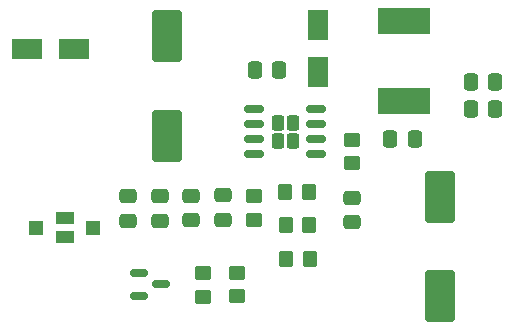
<source format=gbr>
%TF.GenerationSoftware,KiCad,Pcbnew,(6.0.2)*%
%TF.CreationDate,2022-10-19T14:59:14+05:30*%
%TF.ProjectId,psu,7073752e-6b69-4636-9164-5f7063625858,rev?*%
%TF.SameCoordinates,Original*%
%TF.FileFunction,Paste,Top*%
%TF.FilePolarity,Positive*%
%FSLAX46Y46*%
G04 Gerber Fmt 4.6, Leading zero omitted, Abs format (unit mm)*
G04 Created by KiCad (PCBNEW (6.0.2)) date 2022-10-19 14:59:14*
%MOMM*%
%LPD*%
G01*
G04 APERTURE LIST*
G04 Aperture macros list*
%AMRoundRect*
0 Rectangle with rounded corners*
0 $1 Rounding radius*
0 $2 $3 $4 $5 $6 $7 $8 $9 X,Y pos of 4 corners*
0 Add a 4 corners polygon primitive as box body*
4,1,4,$2,$3,$4,$5,$6,$7,$8,$9,$2,$3,0*
0 Add four circle primitives for the rounded corners*
1,1,$1+$1,$2,$3*
1,1,$1+$1,$4,$5*
1,1,$1+$1,$6,$7*
1,1,$1+$1,$8,$9*
0 Add four rect primitives between the rounded corners*
20,1,$1+$1,$2,$3,$4,$5,0*
20,1,$1+$1,$4,$5,$6,$7,0*
20,1,$1+$1,$6,$7,$8,$9,0*
20,1,$1+$1,$8,$9,$2,$3,0*%
G04 Aperture macros list end*
%ADD10R,2.500000X1.800000*%
%ADD11RoundRect,0.250000X-0.450000X0.350000X-0.450000X-0.350000X0.450000X-0.350000X0.450000X0.350000X0*%
%ADD12RoundRect,0.250000X-0.475000X0.337500X-0.475000X-0.337500X0.475000X-0.337500X0.475000X0.337500X0*%
%ADD13RoundRect,0.250000X-0.275000X-0.420000X0.275000X-0.420000X0.275000X0.420000X-0.275000X0.420000X0*%
%ADD14RoundRect,0.150000X-0.662500X-0.150000X0.662500X-0.150000X0.662500X0.150000X-0.662500X0.150000X0*%
%ADD15R,1.800000X2.500000*%
%ADD16RoundRect,0.250000X0.337500X0.475000X-0.337500X0.475000X-0.337500X-0.475000X0.337500X-0.475000X0*%
%ADD17RoundRect,0.250000X0.475000X-0.337500X0.475000X0.337500X-0.475000X0.337500X-0.475000X-0.337500X0*%
%ADD18RoundRect,0.250000X-0.337500X-0.475000X0.337500X-0.475000X0.337500X0.475000X-0.337500X0.475000X0*%
%ADD19RoundRect,0.250000X1.000000X-1.950000X1.000000X1.950000X-1.000000X1.950000X-1.000000X-1.950000X0*%
%ADD20R,1.250000X1.200000*%
%ADD21R,1.500000X1.000000*%
%ADD22R,4.500000X2.250000*%
%ADD23RoundRect,0.250000X0.350000X0.450000X-0.350000X0.450000X-0.350000X-0.450000X0.350000X-0.450000X0*%
%ADD24RoundRect,0.150000X-0.587500X-0.150000X0.587500X-0.150000X0.587500X0.150000X-0.587500X0.150000X0*%
%ADD25RoundRect,0.250000X0.450000X-0.350000X0.450000X0.350000X-0.450000X0.350000X-0.450000X-0.350000X0*%
%ADD26RoundRect,0.250000X-0.350000X-0.450000X0.350000X-0.450000X0.350000X0.450000X-0.350000X0.450000X0*%
%ADD27RoundRect,0.250000X-1.000000X1.950000X-1.000000X-1.950000X1.000000X-1.950000X1.000000X1.950000X0*%
G04 APERTURE END LIST*
D10*
%TO.C,D1*%
X128460000Y-75140000D03*
X124460000Y-75140000D03*
%TD*%
D11*
%TO.C,R1*%
X143700000Y-87610000D03*
X143700000Y-89610000D03*
%TD*%
D12*
%TO.C,C1*%
X132970000Y-87602500D03*
X132970000Y-89677500D03*
%TD*%
D13*
%TO.C,U1*%
X145680000Y-81380000D03*
X145680000Y-82980000D03*
X146940000Y-82980000D03*
X146940000Y-81380000D03*
D14*
X143672500Y-80275000D03*
X143672500Y-81545000D03*
X143672500Y-82815000D03*
X143672500Y-84085000D03*
X148947500Y-84085000D03*
X148947500Y-82815000D03*
X148947500Y-81545000D03*
X148947500Y-80275000D03*
%TD*%
D15*
%TO.C,D3*%
X149060000Y-77110000D03*
X149060000Y-73110000D03*
%TD*%
D16*
%TO.C,C7*%
X157277500Y-82800000D03*
X155202500Y-82800000D03*
%TD*%
D17*
%TO.C,C8*%
X152010000Y-89807500D03*
X152010000Y-87732500D03*
%TD*%
D18*
%TO.C,C11*%
X162030500Y-77978000D03*
X164105500Y-77978000D03*
%TD*%
D12*
%TO.C,C4*%
X138360000Y-87582500D03*
X138360000Y-89657500D03*
%TD*%
D19*
%TO.C,C3*%
X136290000Y-82480000D03*
X136290000Y-74080000D03*
%TD*%
D20*
%TO.C,FL1*%
X125260000Y-90297000D03*
D21*
X127635000Y-91097000D03*
D20*
X130010000Y-90297000D03*
D21*
X127635000Y-89497000D03*
%TD*%
D16*
%TO.C,C6*%
X145817500Y-76940000D03*
X143742500Y-76940000D03*
%TD*%
D18*
%TO.C,C10*%
X162030500Y-80264000D03*
X164105500Y-80264000D03*
%TD*%
D22*
%TO.C,L1*%
X156340000Y-79560000D03*
X156340000Y-72760000D03*
%TD*%
D23*
%TO.C,R7*%
X148340000Y-87280000D03*
X146340000Y-87280000D03*
%TD*%
D12*
%TO.C,C5*%
X141050000Y-87542500D03*
X141050000Y-89617500D03*
%TD*%
D11*
%TO.C,R3*%
X142270000Y-94090000D03*
X142270000Y-96090000D03*
%TD*%
D24*
%TO.C,D2*%
X133922500Y-94130000D03*
X133922500Y-96030000D03*
X135797500Y-95080000D03*
%TD*%
D25*
%TO.C,R2*%
X139370000Y-96130000D03*
X139370000Y-94130000D03*
%TD*%
D12*
%TO.C,C2*%
X135720000Y-87622500D03*
X135720000Y-89697500D03*
%TD*%
D26*
%TO.C,R6*%
X146360000Y-90090000D03*
X148360000Y-90090000D03*
%TD*%
D23*
%TO.C,R5*%
X148390000Y-92900000D03*
X146390000Y-92900000D03*
%TD*%
D11*
%TO.C,R4*%
X152010000Y-82820000D03*
X152010000Y-84820000D03*
%TD*%
D27*
%TO.C,C9*%
X159450000Y-87677500D03*
X159450000Y-96077500D03*
%TD*%
M02*

</source>
